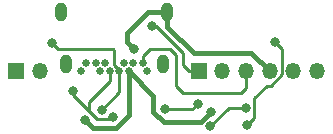
<source format=gbr>
%TF.GenerationSoftware,KiCad,Pcbnew,(6.0.8)*%
%TF.CreationDate,2023-01-11T07:54:23-05:00*%
%TF.ProjectId,Model-U-GCC-V2,4d6f6465-6c2d-4552-9d47-43432d56322e,rev?*%
%TF.SameCoordinates,Original*%
%TF.FileFunction,Copper,L2,Bot*%
%TF.FilePolarity,Positive*%
%FSLAX46Y46*%
G04 Gerber Fmt 4.6, Leading zero omitted, Abs format (unit mm)*
G04 Created by KiCad (PCBNEW (6.0.8)) date 2023-01-11 07:54:23*
%MOMM*%
%LPD*%
G01*
G04 APERTURE LIST*
%TA.AperFunction,ComponentPad*%
%ADD10R,1.350000X1.350000*%
%TD*%
%TA.AperFunction,ComponentPad*%
%ADD11O,1.350000X1.350000*%
%TD*%
%TA.AperFunction,ComponentPad*%
%ADD12C,0.650000*%
%TD*%
%TA.AperFunction,ComponentPad*%
%ADD13O,1.000000X1.600000*%
%TD*%
%TA.AperFunction,ViaPad*%
%ADD14C,0.800000*%
%TD*%
%TA.AperFunction,Conductor*%
%ADD15C,0.400000*%
%TD*%
%TA.AperFunction,Conductor*%
%ADD16C,0.250000*%
%TD*%
G04 APERTURE END LIST*
D10*
%TO.P,J2,1*%
%TO.N,3V3*%
X139940000Y-105890000D03*
D11*
%TO.P,J2,2*%
%TO.N,VBUS*%
X141940000Y-105890000D03*
%TO.P,J2,3*%
%TO.N,D3V*%
X143940000Y-105890000D03*
%TO.P,J2,4*%
%TO.N,GND*%
X145940000Y-105890000D03*
%TO.P,J2,5*%
X147940000Y-105890000D03*
%TO.P,J2,6*%
X149940000Y-105890000D03*
%TD*%
D12*
%TO.P,J1,B1*%
%TO.N,GND*%
X129990000Y-105890000D03*
%TO.P,J1,B2*%
%TO.N,3V3*%
X130390000Y-105190000D03*
%TO.P,J1,B3*%
%TO.N,Net-(J1-PadB3)*%
X131190000Y-105190000D03*
%TO.P,J1,B4*%
%TO.N,VBUS*%
X131590000Y-105890000D03*
%TO.P,J1,B5*%
%TO.N,Net-(J1-PadB5)*%
X131990000Y-105190000D03*
%TO.P,J1,B6*%
%TO.N,D+*%
X132390000Y-105890000D03*
%TO.P,J1,B7*%
%TO.N,D-*%
X133190000Y-105890000D03*
%TO.P,J1,B8*%
%TO.N,Net-(J1-PadB8)*%
X133590000Y-105190000D03*
%TO.P,J1,B9*%
%TO.N,VBUS*%
X133990000Y-105890000D03*
%TO.P,J1,B10*%
%TO.N,Net-(J1-PadB10)*%
X134390000Y-105190000D03*
%TO.P,J1,B11*%
%TO.N,D3V*%
X135190000Y-105190000D03*
%TO.P,J1,B12*%
%TO.N,GND*%
X135590000Y-105890000D03*
D13*
%TO.P,J1,S1*%
X128660000Y-105290000D03*
X136920000Y-105290000D03*
X128300000Y-100900000D03*
X137280000Y-100900000D03*
%TD*%
D10*
%TO.P,J3,1*%
%TO.N,D-*%
X124450000Y-105890000D03*
D11*
%TO.P,J3,2*%
%TO.N,D+*%
X126450000Y-105890000D03*
%TD*%
D14*
%TO.N,GND*%
X134490000Y-104040000D03*
%TO.N,3V3*%
X135990000Y-102040000D03*
X137090000Y-109140000D03*
X139850000Y-108650000D03*
%TO.N,VBUS*%
X140940000Y-109390000D03*
X130290000Y-110040000D03*
%TO.N,Net-(J1-PadA5)*%
X143950000Y-109000000D03*
X140900000Y-110550000D03*
%TO.N,D+*%
X132650000Y-109750000D03*
X129304100Y-107594100D03*
%TO.N,D-*%
X131700000Y-109150000D03*
X127500000Y-103500000D03*
%TO.N,Net-(J1-PadB5)*%
X146400000Y-103450000D03*
X144050000Y-110500000D03*
%TD*%
D15*
%TO.N,GND*%
X133890000Y-103440000D02*
X133890000Y-102640000D01*
X135630000Y-100900000D02*
X137280000Y-100900000D01*
X139490000Y-104340000D02*
X144390000Y-104340000D01*
X133890000Y-102640000D02*
X135630000Y-100900000D01*
X134490000Y-104040000D02*
X133890000Y-103440000D01*
X144390000Y-104340000D02*
X145940000Y-105890000D01*
X137280000Y-102130000D02*
X139490000Y-104340000D01*
X137280000Y-100900000D02*
X137280000Y-102130000D01*
D16*
%TO.N,3V3*%
X139140000Y-105890000D02*
X139940000Y-105890000D01*
X138590000Y-105340000D02*
X139140000Y-105890000D01*
X135990000Y-102040000D02*
X136290000Y-102040000D01*
X139850000Y-108650000D02*
X139360000Y-109140000D01*
X139360000Y-109140000D02*
X137090000Y-109140000D01*
X138590000Y-104340000D02*
X138590000Y-105340000D01*
X136290000Y-102040000D02*
X138590000Y-104340000D01*
D15*
%TO.N,VBUS*%
X133990000Y-109640000D02*
X132890000Y-110740000D01*
X132890000Y-110740000D02*
X130990000Y-110740000D01*
X130990000Y-110740000D02*
X130290000Y-110040000D01*
X133990000Y-105890000D02*
X136090000Y-107990000D01*
X140090000Y-110240000D02*
X140940000Y-109390000D01*
X133990000Y-105890000D02*
X133990000Y-109640000D01*
X136090000Y-107990000D02*
X136090000Y-109340000D01*
X136990000Y-110240000D02*
X140090000Y-110240000D01*
X136090000Y-109340000D02*
X136990000Y-110240000D01*
D16*
%TO.N,Net-(J1-PadA5)*%
X140900000Y-110550000D02*
X142450000Y-109000000D01*
X142450000Y-109000000D02*
X143950000Y-109000000D01*
%TO.N,D+*%
X132650000Y-109750000D02*
X132460000Y-109940000D01*
X130600000Y-109250000D02*
X130600000Y-108530000D01*
X129304100Y-107954100D02*
X129304100Y-107594100D01*
X132390000Y-106740000D02*
X132390000Y-105890000D01*
X132460000Y-109940000D02*
X131290000Y-109940000D01*
X131290000Y-109940000D02*
X129304100Y-107954100D01*
X130600000Y-108530000D02*
X132390000Y-106740000D01*
%TO.N,D-*%
X133190000Y-105788700D02*
X132791100Y-105389800D01*
X132700000Y-104050000D02*
X128050000Y-104050000D01*
X131700000Y-109150000D02*
X133190000Y-107660000D01*
X128050000Y-104050000D02*
X127500000Y-103500000D01*
X133190000Y-107660000D02*
X133190000Y-105890000D01*
X132791100Y-104141100D02*
X132700000Y-104050000D01*
X133190000Y-105890000D02*
X133190000Y-105788700D01*
X132791100Y-105389800D02*
X132791100Y-104141100D01*
%TO.N,D3V*%
X135790000Y-104040000D02*
X137490000Y-104040000D01*
X135190000Y-104640000D02*
X135790000Y-104040000D01*
X143490000Y-107740000D02*
X143940000Y-107290000D01*
X135190000Y-105190000D02*
X135190000Y-104640000D01*
X143940000Y-107290000D02*
X143940000Y-105890000D01*
X138590000Y-107740000D02*
X143490000Y-107740000D01*
X137990000Y-104540000D02*
X137990000Y-107140000D01*
X137490000Y-104040000D02*
X137990000Y-104540000D01*
X137990000Y-107140000D02*
X138590000Y-107740000D01*
%TO.N,Net-(J1-PadB5)*%
X146990000Y-106183503D02*
X146990000Y-104040000D01*
X146990000Y-104040000D02*
X146400000Y-103450000D01*
X146023503Y-107150000D02*
X146990000Y-106183503D01*
X144650000Y-109900000D02*
X144650000Y-108200000D01*
X144650000Y-108200000D02*
X145700000Y-107150000D01*
X145700000Y-107150000D02*
X146023503Y-107150000D01*
X144050000Y-110500000D02*
X144650000Y-109900000D01*
%TD*%
M02*

</source>
